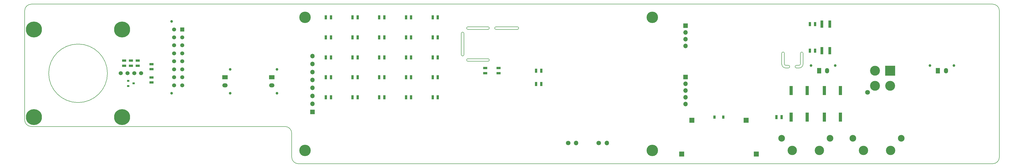
<source format=gbr>
%TF.GenerationSoftware,KiCad,Pcbnew,(5.0.0-rc2-dev-632-g76d3b6f04)*%
%TF.CreationDate,2018-06-22T22:14:38+02:00*%
%TF.ProjectId,MainBoard,4D61696E426F6172642E6B696361645F,rev?*%
%TF.SameCoordinates,Original*%
%TF.FileFunction,Soldermask,Bot*%
%TF.FilePolarity,Negative*%
%FSLAX46Y46*%
G04 Gerber Fmt 4.6, Leading zero omitted, Abs format (unit mm)*
G04 Created by KiCad (PCBNEW (5.0.0-rc2-dev-632-g76d3b6f04)) date 06/22/18 22:14:38*
%MOMM*%
%LPD*%
G01*
G04 APERTURE LIST*
%ADD10C,0.200000*%
%ADD11C,1.000000*%
%ADD12R,2.000000X1.500000*%
%ADD13O,2.000000X1.500000*%
%ADD14C,3.500000*%
%ADD15C,2.500000*%
%ADD16O,1.700000X1.700000*%
%ADD17C,1.700000*%
%ADD18R,1.700000X1.700000*%
%ADD19C,1.524000*%
%ADD20C,6.000000*%
%ADD21C,4.300000*%
%ADD22R,0.970000X1.500000*%
%ADD23R,1.500000X0.970000*%
%ADD24R,0.900000X1.200000*%
%ADD25R,1.500000X2.000000*%
%ADD26O,1.500000X2.000000*%
%ADD27R,1.500000X1.500000*%
%ADD28C,1.500000*%
%ADD29R,3.700000X3.700000*%
%ADD30C,3.700000*%
%ADD31C,1.800000*%
%ADD32R,1.900000X1.900000*%
%ADD33R,1.070000X2.700000*%
%ADD34R,1.170000X3.400000*%
%ADD35R,0.900000X0.800000*%
G04 APERTURE END LIST*
D10*
X141000000Y-81500000D02*
X148500000Y-81500000D01*
X141000000Y-80500000D02*
X148500000Y-80500000D01*
X148500000Y-80500000D02*
G75*
G02X148500000Y-81500000I0J-500000D01*
G01*
X141000000Y-81500000D02*
G75*
G02X141000000Y-80500000I0J500000D01*
G01*
X139500000Y-71000000D02*
X139500000Y-79000000D01*
X138500000Y-71000000D02*
X138500000Y-79000000D01*
X139500000Y-79000000D02*
G75*
G02X138500000Y-79000000I-500000J0D01*
G01*
X138500000Y-71000000D02*
G75*
G02X139500000Y-71000000I500000J0D01*
G01*
X151500000Y-69500000D02*
X159500000Y-69500000D01*
X151500000Y-68500000D02*
X159500000Y-68500000D01*
X141000000Y-69500000D02*
X148500000Y-69500000D01*
X141000000Y-68500000D02*
X148500000Y-68500000D01*
X151500000Y-69500000D02*
G75*
G02X151500000Y-68500000I0J500000D01*
G01*
X148500000Y-68500000D02*
G75*
G02X148500000Y-69500000I0J-500000D01*
G01*
X159500000Y-68500000D02*
G75*
G02X159500000Y-69500000I0J-500000D01*
G01*
X141000000Y-69500000D02*
G75*
G02X141000000Y-68500000I0J500000D01*
G01*
X264000000Y-84000000D02*
X265000000Y-84000000D01*
X266500000Y-82500000D02*
X266500000Y-78500000D01*
X266500000Y-82500000D02*
G75*
G02X265000000Y-84000000I-1500000J0D01*
G01*
X265500000Y-82500000D02*
G75*
G02X265000000Y-83000000I-500000J0D01*
G01*
X260000000Y-84000000D02*
X261000000Y-84000000D01*
X258500000Y-78500000D02*
X258500000Y-82500000D01*
X260000000Y-84000000D02*
G75*
G02X258500000Y-82500000I0J1500000D01*
G01*
X265000000Y-83000000D02*
X264000000Y-83000000D01*
X265500000Y-78500000D02*
X265500000Y-82500000D01*
X265500000Y-78500000D02*
G75*
G02X266500000Y-78500000I500000J0D01*
G01*
X264000000Y-84000000D02*
G75*
G02X264000000Y-83000000I0J500000D01*
G01*
X260000000Y-83000000D02*
X261000000Y-83000000D01*
X259500000Y-78500000D02*
X259500000Y-82500000D01*
X260000000Y-83000000D02*
G75*
G02X259500000Y-82500000I0J500000D01*
G01*
X261000000Y-83000000D02*
G75*
G02X261000000Y-84000000I0J-500000D01*
G01*
X258500000Y-78500000D02*
G75*
G02X259500000Y-78500000I500000J0D01*
G01*
X72500000Y-106000000D02*
G75*
G02X75000000Y-108500000I0J-2500000D01*
G01*
X75000000Y-108500000D02*
X75000000Y-117500000D01*
X-22500000Y-106000000D02*
X72500000Y-106000000D01*
X6000000Y-86000000D02*
G75*
G03X6000000Y-86000000I-11000000J0D01*
G01*
X-25000000Y-62500000D02*
G75*
G02X-22500000Y-60000000I2500000J0D01*
G01*
X-22500000Y-106000000D02*
G75*
G02X-25000000Y-103500000I0J2500000D01*
G01*
X-25000000Y-62500000D02*
X-25000000Y-103500000D01*
X-22500000Y-60000000D02*
X337500000Y-60000000D01*
X337500000Y-60000000D02*
G75*
G02X340000000Y-62500000I0J-2500000D01*
G01*
X340000000Y-117500000D02*
G75*
G02X337500000Y-120000000I-2500000J0D01*
G01*
X77500000Y-120000000D02*
G75*
G02X75000000Y-117500000I0J2500000D01*
G01*
X337500000Y-120000000D02*
X77500000Y-120000000D01*
X340000000Y-62500000D02*
X340000000Y-117500000D01*
D11*
X69460000Y-84500000D03*
X69460000Y-93500000D03*
D12*
X67500000Y-87500000D03*
D13*
X67500000Y-90500000D03*
D14*
X289075000Y-115000000D03*
X299275000Y-115000000D03*
D15*
X303225000Y-110400000D03*
X285125000Y-110400000D03*
D14*
X262400000Y-115000000D03*
X272600000Y-115000000D03*
D15*
X276550000Y-110400000D03*
X258450000Y-110400000D03*
D16*
X181500000Y-112181000D03*
D17*
X178500000Y-112181000D03*
D16*
X193000000Y-112181000D03*
D17*
X190000000Y-112181000D03*
D18*
X82821000Y-100500000D03*
D16*
X82821000Y-97500000D03*
X82821000Y-94500000D03*
X82821000Y-91500000D03*
X82821000Y-88500000D03*
X82821000Y-85500000D03*
X82821000Y-82500000D03*
X82821000Y-79500000D03*
D19*
X18620000Y-86000000D03*
X16080000Y-86000000D03*
X13540000Y-86000000D03*
X11000000Y-86000000D03*
D20*
X-21500000Y-69500000D03*
X-21500000Y-102500000D03*
X11500000Y-102500000D03*
X11500000Y-69500000D03*
D21*
X80000000Y-65000000D03*
X80000000Y-115000000D03*
X210000000Y-65000000D03*
X210000000Y-115000000D03*
D22*
X166545000Y-85000000D03*
X168455000Y-85000000D03*
X168455000Y-90000000D03*
X166545000Y-90000000D03*
D23*
X17350000Y-83155000D03*
X17350000Y-81245000D03*
X14810000Y-83155000D03*
X14810000Y-81245000D03*
X12270000Y-81245000D03*
X12270000Y-83155000D03*
D22*
X107795000Y-65000000D03*
X109705000Y-65000000D03*
D23*
X147500000Y-85955000D03*
X147500000Y-84045000D03*
D24*
X233350000Y-102500000D03*
X236650000Y-102500000D03*
D11*
X269500000Y-83040000D03*
X278500000Y-83040000D03*
D25*
X272500000Y-85000000D03*
D26*
X275500000Y-85000000D03*
D18*
X222500000Y-87420000D03*
D16*
X222500000Y-89960000D03*
X222500000Y-92500000D03*
X222500000Y-95040000D03*
X222500000Y-97580000D03*
D11*
X30060000Y-66500000D03*
X30060000Y-93500000D03*
D27*
X34000000Y-69500000D03*
D28*
X34000000Y-72500000D03*
X34000000Y-75500000D03*
X34000000Y-78500000D03*
X34000000Y-81500000D03*
X34000000Y-84500000D03*
X34000000Y-87500000D03*
X34000000Y-90500000D03*
X31000000Y-69500000D03*
X31000000Y-72500000D03*
X31000000Y-75500000D03*
X31000000Y-78500000D03*
X31000000Y-81500000D03*
X31000000Y-84500000D03*
X31000000Y-87500000D03*
X31000000Y-90500000D03*
D13*
X50000000Y-90500000D03*
D12*
X50000000Y-87500000D03*
D11*
X51960000Y-93500000D03*
X51960000Y-84500000D03*
D26*
X320000000Y-85000000D03*
D25*
X317000000Y-85000000D03*
D11*
X323000000Y-83040000D03*
X314000000Y-83040000D03*
D29*
X299100000Y-85000000D03*
D30*
X299100000Y-90700000D03*
X293400000Y-85000000D03*
X293400000Y-90700000D03*
D31*
X290630000Y-93180000D03*
D32*
X224850000Y-103650000D03*
X245150000Y-103650000D03*
X221030000Y-116350000D03*
X248970000Y-116350000D03*
D23*
X22500000Y-87545000D03*
X22500000Y-89455000D03*
X22500000Y-82545000D03*
X22500000Y-84455000D03*
D22*
X97795000Y-95000000D03*
X99705000Y-95000000D03*
X89705000Y-95000000D03*
X87795000Y-95000000D03*
X107795000Y-80000000D03*
X109705000Y-80000000D03*
X89705000Y-65000000D03*
X87795000Y-65000000D03*
X129705000Y-72500000D03*
X127795000Y-72500000D03*
X127795000Y-65000000D03*
X129705000Y-65000000D03*
X127795000Y-80000000D03*
X129705000Y-80000000D03*
X99705000Y-65000000D03*
X97795000Y-65000000D03*
X107795000Y-72500000D03*
X109705000Y-72500000D03*
X119705000Y-65000000D03*
X117795000Y-65000000D03*
X117795000Y-72500000D03*
X119705000Y-72500000D03*
X97795000Y-72500000D03*
X99705000Y-72500000D03*
X89705000Y-80000000D03*
X87795000Y-80000000D03*
D23*
X152500000Y-85955000D03*
X152500000Y-84045000D03*
D22*
X89705000Y-72500000D03*
X87795000Y-72500000D03*
X117795000Y-80000000D03*
X119705000Y-80000000D03*
X97795000Y-80000000D03*
X99705000Y-80000000D03*
X117795000Y-95000000D03*
X119705000Y-95000000D03*
X119705000Y-87500000D03*
X117795000Y-87500000D03*
X109705000Y-87500000D03*
X107795000Y-87500000D03*
X99705000Y-87500000D03*
X97795000Y-87500000D03*
X129705000Y-95000000D03*
X127795000Y-95000000D03*
X109705000Y-95000000D03*
X107795000Y-95000000D03*
X129705000Y-87500000D03*
X127795000Y-87500000D03*
X87795000Y-87500000D03*
X89705000Y-87500000D03*
D33*
X276505000Y-67500000D03*
X273495000Y-67500000D03*
D22*
X270955000Y-67500000D03*
X269045000Y-67500000D03*
D33*
X273495000Y-77500000D03*
X276505000Y-77500000D03*
D22*
X269045000Y-77500000D03*
X270955000Y-77500000D03*
D34*
X280505000Y-102500000D03*
X274495000Y-102500000D03*
D22*
X258455000Y-102500000D03*
X256545000Y-102500000D03*
D34*
X280505000Y-92500000D03*
X274495000Y-92500000D03*
X268005000Y-102500000D03*
X261995000Y-102500000D03*
X268005000Y-92500000D03*
X261995000Y-92500000D03*
D35*
X13810000Y-90760000D03*
X13810000Y-88860000D03*
X15810000Y-89810000D03*
D16*
X222500000Y-75715000D03*
X222500000Y-73175000D03*
X222500000Y-70635000D03*
D18*
X222500000Y-68095000D03*
M02*

</source>
